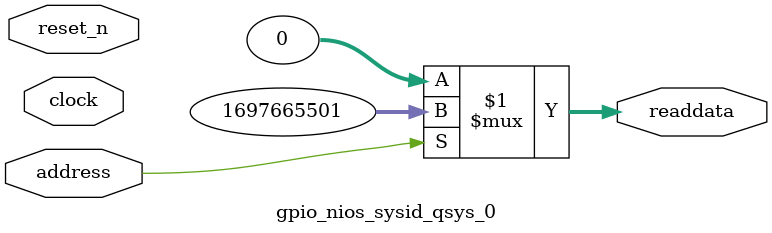
<source format=v>



// synthesis translate_off
`timescale 1ns / 1ps
// synthesis translate_on

// turn off superfluous verilog processor warnings 
// altera message_level Level1 
// altera message_off 10034 10035 10036 10037 10230 10240 10030 

module gpio_nios_sysid_qsys_0 (
               // inputs:
                address,
                clock,
                reset_n,

               // outputs:
                readdata
             )
;

  output  [ 31: 0] readdata;
  input            address;
  input            clock;
  input            reset_n;

  wire    [ 31: 0] readdata;
  //control_slave, which is an e_avalon_slave
  assign readdata = address ? 1697665501 : 0;

endmodule



</source>
